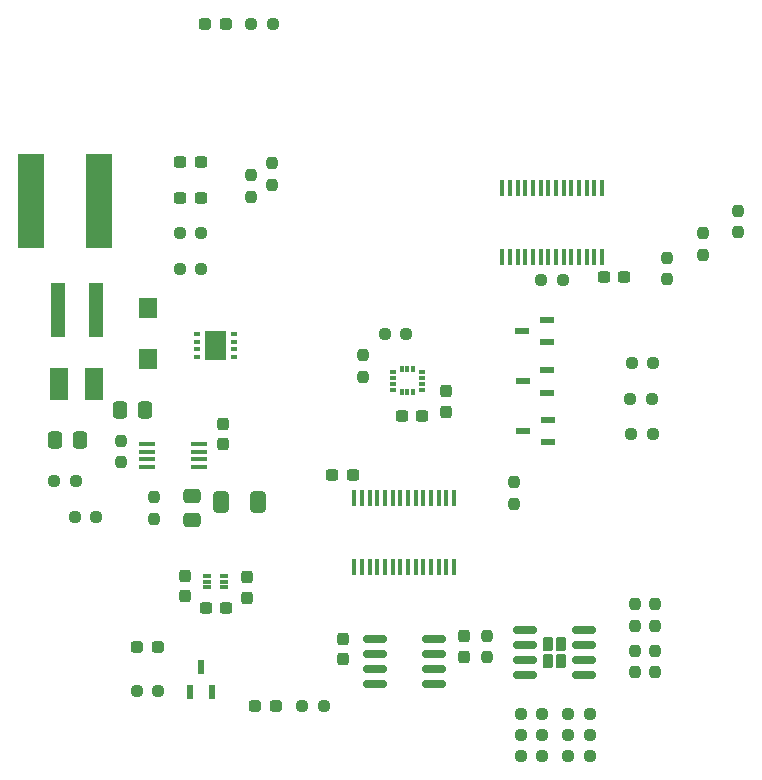
<source format=gbr>
%TF.GenerationSoftware,KiCad,Pcbnew,8.0.6-8.0.6-0~ubuntu24.04.1*%
%TF.CreationDate,2024-11-11T20:35:34-05:00*%
%TF.ProjectId,Hexapod_bot,48657861-706f-4645-9f62-6f742e6b6963,rev?*%
%TF.SameCoordinates,Original*%
%TF.FileFunction,Paste,Top*%
%TF.FilePolarity,Positive*%
%FSLAX46Y46*%
G04 Gerber Fmt 4.6, Leading zero omitted, Abs format (unit mm)*
G04 Created by KiCad (PCBNEW 8.0.6-8.0.6-0~ubuntu24.04.1) date 2024-11-11 20:35:34*
%MOMM*%
%LPD*%
G01*
G04 APERTURE LIST*
G04 Aperture macros list*
%AMRoundRect*
0 Rectangle with rounded corners*
0 $1 Rounding radius*
0 $2 $3 $4 $5 $6 $7 $8 $9 X,Y pos of 4 corners*
0 Add a 4 corners polygon primitive as box body*
4,1,4,$2,$3,$4,$5,$6,$7,$8,$9,$2,$3,0*
0 Add four circle primitives for the rounded corners*
1,1,$1+$1,$2,$3*
1,1,$1+$1,$4,$5*
1,1,$1+$1,$6,$7*
1,1,$1+$1,$8,$9*
0 Add four rect primitives between the rounded corners*
20,1,$1+$1,$2,$3,$4,$5,0*
20,1,$1+$1,$4,$5,$6,$7,0*
20,1,$1+$1,$6,$7,$8,$9,0*
20,1,$1+$1,$8,$9,$2,$3,0*%
G04 Aperture macros list end*
%ADD10C,0.000000*%
%ADD11RoundRect,0.237500X-0.237500X0.300000X-0.237500X-0.300000X0.237500X-0.300000X0.237500X0.300000X0*%
%ADD12R,1.600200X2.692400*%
%ADD13RoundRect,0.250000X-0.337500X-0.475000X0.337500X-0.475000X0.337500X0.475000X-0.337500X0.475000X0*%
%ADD14RoundRect,0.237500X-0.237500X0.250000X-0.237500X-0.250000X0.237500X-0.250000X0.237500X0.250000X0*%
%ADD15R,1.270000X0.558800*%
%ADD16RoundRect,0.250000X0.475000X-0.337500X0.475000X0.337500X-0.475000X0.337500X-0.475000X-0.337500X0*%
%ADD17RoundRect,0.237500X0.250000X0.237500X-0.250000X0.237500X-0.250000X-0.237500X0.250000X-0.237500X0*%
%ADD18RoundRect,0.237500X0.237500X-0.250000X0.237500X0.250000X-0.237500X0.250000X-0.237500X-0.250000X0*%
%ADD19R,1.625600X1.727200*%
%ADD20R,1.295400X4.597400*%
%ADD21RoundRect,0.237500X-0.250000X-0.237500X0.250000X-0.237500X0.250000X0.237500X-0.250000X0.237500X0*%
%ADD22RoundRect,0.150000X-0.825000X-0.150000X0.825000X-0.150000X0.825000X0.150000X-0.825000X0.150000X0*%
%ADD23RoundRect,0.237500X0.300000X0.237500X-0.300000X0.237500X-0.300000X-0.237500X0.300000X-0.237500X0*%
%ADD24R,0.670001X0.299999*%
%ADD25RoundRect,0.237500X-0.300000X-0.237500X0.300000X-0.237500X0.300000X0.237500X-0.300000X0.237500X0*%
%ADD26RoundRect,0.237500X0.237500X-0.300000X0.237500X0.300000X-0.237500X0.300000X-0.237500X-0.300000X0*%
%ADD27R,0.576580X0.351536*%
%ADD28R,0.351536X0.576580*%
%ADD29R,0.558800X1.270000*%
%ADD30R,0.609600X0.304800*%
%ADD31R,2.209800X8.001000*%
%ADD32R,1.371600X0.457200*%
%ADD33R,0.355600X1.473200*%
%ADD34RoundRect,0.237500X-0.287500X-0.237500X0.287500X-0.237500X0.287500X0.237500X-0.287500X0.237500X0*%
%ADD35RoundRect,0.237500X0.287500X0.237500X-0.287500X0.237500X-0.287500X-0.237500X0.287500X-0.237500X0*%
%ADD36RoundRect,0.250000X0.337500X0.475000X-0.337500X0.475000X-0.337500X-0.475000X0.337500X-0.475000X0*%
%ADD37RoundRect,0.250000X-0.412500X-0.650000X0.412500X-0.650000X0.412500X0.650000X-0.412500X0.650000X0*%
%ADD38RoundRect,0.230000X-0.230000X-0.375000X0.230000X-0.375000X0.230000X0.375000X-0.230000X0.375000X0*%
G04 APERTURE END LIST*
D10*
%TO.C,U3*%
G36*
X13639000Y-22719200D02*
G01*
X11861000Y-22719200D01*
X11861000Y-20280800D01*
X13639000Y-20280800D01*
X13639000Y-22719200D01*
G37*
%TD*%
D11*
%TO.C,C11*%
X33750000Y-46137500D03*
X33750000Y-47862500D03*
%TD*%
D12*
%TO.C,C2*%
X-498600Y-24750000D03*
X2498600Y-24750000D03*
%TD*%
D11*
%TO.C,C3*%
X10200000Y-41037500D03*
X10200000Y-42762500D03*
%TD*%
D13*
%TO.C,C5*%
X-825000Y-29500000D03*
X1250000Y-29500000D03*
%TD*%
D14*
%TO.C,R1*%
X15750000Y-7087500D03*
X15750000Y-8912500D03*
%TD*%
D15*
%TO.C,Q3*%
X40832800Y-25500000D03*
X40832800Y-23595000D03*
X38750000Y-24547500D03*
%TD*%
D16*
%TO.C,C8*%
X10750000Y-36287500D03*
X10750000Y-34212500D03*
%TD*%
D17*
%TO.C,R22*%
X40412500Y-56250000D03*
X38587500Y-56250000D03*
%TD*%
D18*
%TO.C,R45*%
X54000000Y-13825000D03*
X54000000Y-12000000D03*
%TD*%
D19*
%TO.C,D3*%
X7000000Y-18366400D03*
X7000000Y-22633600D03*
%TD*%
D14*
%TO.C,R14*%
X7500000Y-34337500D03*
X7500000Y-36162500D03*
%TD*%
D18*
%TO.C,R11*%
X4750000Y-31412500D03*
X4750000Y-29587500D03*
%TD*%
D17*
%TO.C,R51*%
X11550000Y-15000000D03*
X9725000Y-15000000D03*
%TD*%
D20*
%TO.C,L1*%
X2600200Y-18500000D03*
X-600200Y-18500000D03*
%TD*%
D21*
%TO.C,R24*%
X38587500Y-54500000D03*
X40412500Y-54500000D03*
%TD*%
%TO.C,R49*%
X27087500Y-20500000D03*
X28912500Y-20500000D03*
%TD*%
%TO.C,R20*%
X42587500Y-56250000D03*
X44412500Y-56250000D03*
%TD*%
%TO.C,R12*%
X-912500Y-33000000D03*
X912500Y-33000000D03*
%TD*%
D14*
%TO.C,R23*%
X35750000Y-46087500D03*
X35750000Y-47912500D03*
%TD*%
D22*
%TO.C,U4*%
X26275000Y-46345000D03*
X26275000Y-47615000D03*
X26275000Y-48885000D03*
X26275000Y-50155000D03*
X31225000Y-50155000D03*
X31225000Y-48885000D03*
X31225000Y-47615000D03*
X31225000Y-46345000D03*
%TD*%
D17*
%TO.C,R41*%
X49750000Y-29000000D03*
X47925000Y-29000000D03*
%TD*%
D23*
%TO.C,C14*%
X24362500Y-32500000D03*
X22637500Y-32500000D03*
%TD*%
D18*
%TO.C,R2*%
X17500000Y-7912500D03*
X17500000Y-6087500D03*
%TD*%
D24*
%TO.C,U2*%
X12019998Y-40999999D03*
X12019998Y-41499998D03*
X12019998Y-42000000D03*
X13500000Y-42000000D03*
X13500000Y-41499998D03*
X13500000Y-40999999D03*
%TD*%
D21*
%TO.C,R10*%
X6087500Y-50750000D03*
X7912500Y-50750000D03*
%TD*%
%TO.C,R28*%
X38587500Y-52750000D03*
X40412500Y-52750000D03*
%TD*%
D15*
%TO.C,Q2*%
X40874200Y-29702500D03*
X40874200Y-27797500D03*
X38791400Y-28750000D03*
%TD*%
D14*
%TO.C,R21*%
X50000000Y-47337500D03*
X50000000Y-49162500D03*
%TD*%
D21*
%TO.C,R3*%
X15750000Y5750000D03*
X17575000Y5750000D03*
%TD*%
D18*
%TO.C,R50*%
X25250000Y-24162500D03*
X25250000Y-22337500D03*
%TD*%
D25*
%TO.C,C15*%
X28500000Y-27500000D03*
X30225000Y-27500000D03*
%TD*%
D21*
%TO.C,R25*%
X42587500Y-54500000D03*
X44412500Y-54500000D03*
%TD*%
%TO.C,R16*%
X9725000Y-12000000D03*
X11550000Y-12000000D03*
%TD*%
D14*
%TO.C,R19*%
X50000000Y-43425000D03*
X50000000Y-45250000D03*
%TD*%
D18*
%TO.C,R44*%
X51000000Y-15912500D03*
X51000000Y-14087500D03*
%TD*%
D11*
%TO.C,C12*%
X23500000Y-46337500D03*
X23500000Y-48062500D03*
%TD*%
D26*
%TO.C,C1*%
X13409600Y-29862500D03*
X13409600Y-28137500D03*
%TD*%
D27*
%TO.C,U8*%
X27789700Y-23749999D03*
X27789700Y-24250000D03*
X27789700Y-24750000D03*
X27789700Y-25250001D03*
D28*
X28500001Y-25456300D03*
X29000000Y-25456300D03*
X29499999Y-25456300D03*
D27*
X30210300Y-25250001D03*
X30210300Y-24750000D03*
X30210300Y-24250000D03*
X30210300Y-23749999D03*
D28*
X29499999Y-23543700D03*
X29000000Y-23543700D03*
X28500001Y-23543700D03*
%TD*%
D29*
%TO.C,Q1*%
X10547500Y-50832800D03*
X12452500Y-50832800D03*
X11500000Y-48750000D03*
%TD*%
D17*
%TO.C,R27*%
X44412500Y-52750000D03*
X42587500Y-52750000D03*
%TD*%
D25*
%TO.C,C13*%
X47362500Y-15750000D03*
X45637500Y-15750000D03*
%TD*%
%TO.C,C9*%
X9775000Y-9000000D03*
X11500000Y-9000000D03*
%TD*%
D18*
%TO.C,R46*%
X57000000Y-11912500D03*
X57000000Y-10087500D03*
%TD*%
D17*
%TO.C,R18*%
X21912500Y-52000000D03*
X20087500Y-52000000D03*
%TD*%
D14*
%TO.C,R48*%
X38000000Y-33087500D03*
X38000000Y-34912500D03*
%TD*%
D25*
%TO.C,C10*%
X9775000Y-6000000D03*
X11500000Y-6000000D03*
%TD*%
D30*
%TO.C,U3*%
X14299400Y-22474999D03*
X14299400Y-21825001D03*
X14299400Y-21174999D03*
X14299400Y-20525001D03*
X11200600Y-20525001D03*
X11200600Y-21174999D03*
X11200600Y-21825001D03*
X11200600Y-22474999D03*
%TD*%
D31*
%TO.C,L2*%
X2857500Y-9250000D03*
X-2857500Y-9250000D03*
%TD*%
D32*
%TO.C,U1*%
X6962500Y-29850002D03*
X6962500Y-30500000D03*
X6962500Y-31150002D03*
X6962500Y-31800000D03*
X11356700Y-31800000D03*
X11356700Y-31150002D03*
X11356700Y-30500000D03*
X11356700Y-29850002D03*
%TD*%
D33*
%TO.C,U7*%
X24500001Y-40250000D03*
X25150002Y-40250000D03*
X25800001Y-40250000D03*
X26450002Y-40250000D03*
X27100000Y-40250000D03*
X27750002Y-40250000D03*
X28400000Y-40250000D03*
X29049999Y-40250000D03*
X29700000Y-40250000D03*
X30349999Y-40250000D03*
X31000000Y-40250000D03*
X31649999Y-40250000D03*
X32300000Y-40250000D03*
X32949999Y-40250000D03*
X32950001Y-34408000D03*
X32300000Y-34408000D03*
X31650001Y-34408000D03*
X31000000Y-34408000D03*
X30350002Y-34408000D03*
X29700000Y-34408000D03*
X29050002Y-34408000D03*
X28400000Y-34408000D03*
X27750002Y-34408000D03*
X27100000Y-34408000D03*
X26450002Y-34408000D03*
X25800001Y-34408000D03*
X25150002Y-34408000D03*
X24500001Y-34408000D03*
%TD*%
D34*
%TO.C,D1*%
X11875000Y5750000D03*
X13625000Y5750000D03*
%TD*%
D35*
%TO.C,D2*%
X7875000Y-47000000D03*
X6125000Y-47000000D03*
%TD*%
D36*
%TO.C,C6*%
X6750000Y-27000000D03*
X4675000Y-27000000D03*
%TD*%
D17*
%TO.C,R42*%
X49662500Y-26000000D03*
X47837500Y-26000000D03*
%TD*%
D14*
%TO.C,R17*%
X48250000Y-43425000D03*
X48250000Y-45250000D03*
%TD*%
D11*
%TO.C,C16*%
X32250000Y-25387500D03*
X32250000Y-27112500D03*
%TD*%
D17*
%TO.C,R43*%
X48000000Y-23000000D03*
X49825000Y-23000000D03*
%TD*%
%TO.C,R47*%
X40337500Y-16000000D03*
X42162500Y-16000000D03*
%TD*%
D34*
%TO.C,D4*%
X16125000Y-52000000D03*
X17875000Y-52000000D03*
%TD*%
D37*
%TO.C,R15*%
X13187500Y-34750000D03*
X16312500Y-34750000D03*
%TD*%
D23*
%TO.C,C7*%
X13662500Y-43700000D03*
X11937500Y-43700000D03*
%TD*%
D11*
%TO.C,C4*%
X15400000Y-41137500D03*
X15400000Y-42862500D03*
%TD*%
D14*
%TO.C,R26*%
X48250000Y-47337500D03*
X48250000Y-49162500D03*
%TD*%
D33*
%TO.C,U6*%
X45475000Y-14000000D03*
X44824999Y-14000000D03*
X44175000Y-14000000D03*
X43524999Y-14000000D03*
X42875001Y-14000000D03*
X42224999Y-14000000D03*
X41575001Y-14000000D03*
X40924999Y-14000000D03*
X40275001Y-14000000D03*
X39624999Y-14000000D03*
X38975001Y-14000000D03*
X38325000Y-14000000D03*
X37675001Y-14000000D03*
X37025000Y-14000000D03*
X37025002Y-8158000D03*
X37675001Y-8158000D03*
X38325002Y-8158000D03*
X38975001Y-8158000D03*
X39625002Y-8158000D03*
X40275001Y-8158000D03*
X40925002Y-8158000D03*
X41575001Y-8158000D03*
X42224999Y-8158000D03*
X42875001Y-8158000D03*
X43524999Y-8158000D03*
X44175000Y-8158000D03*
X44824999Y-8158000D03*
X45475000Y-8158000D03*
%TD*%
D15*
%TO.C,Q4*%
X40791400Y-21250000D03*
X40791400Y-19345000D03*
X38708600Y-20297500D03*
%TD*%
D38*
%TO.C,U5*%
X40860000Y-46750000D03*
X40860000Y-48250000D03*
X42000000Y-46750000D03*
X42000000Y-48250000D03*
D22*
X38955000Y-45595000D03*
X38955000Y-46865000D03*
X38955000Y-48135000D03*
X38955000Y-49405000D03*
X43905000Y-49405000D03*
X43905000Y-48135000D03*
X43905000Y-46865000D03*
X43905000Y-45595000D03*
%TD*%
D21*
%TO.C,R13*%
X837500Y-36000000D03*
X2662500Y-36000000D03*
%TD*%
M02*

</source>
